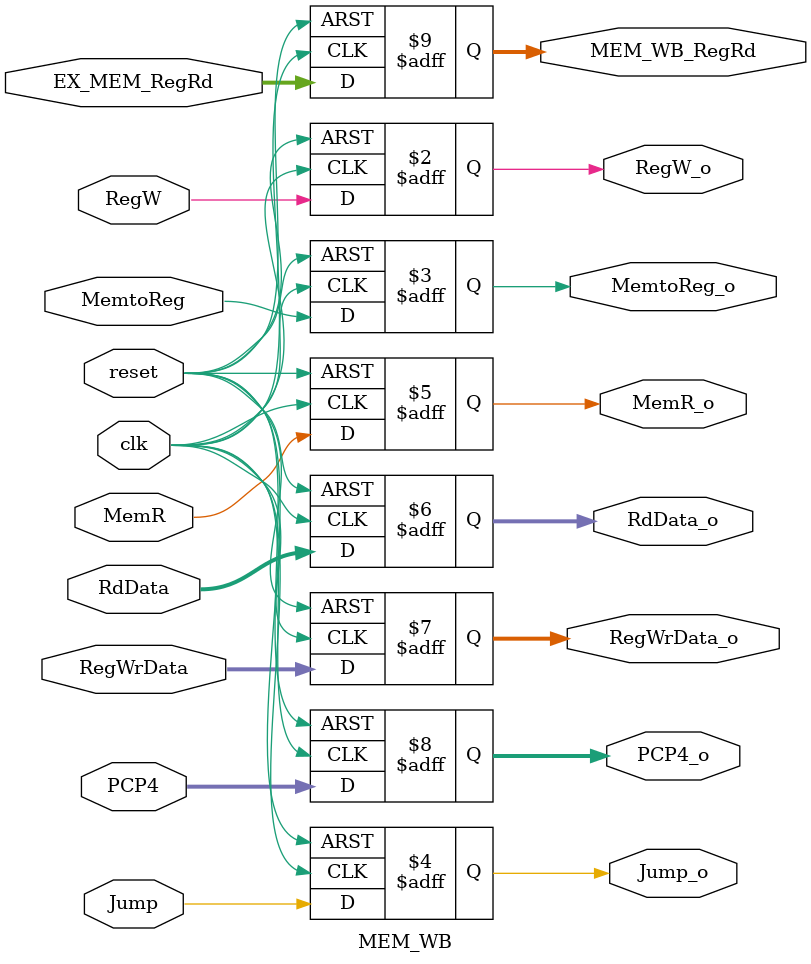
<source format=v>
module IF_ID(clk, reset, flush, PC, PCP4, instr, PC_out, instr_out, PCP4_out, IF_ID_Write);
    input clk, reset, flush, IF_ID_Write;
    input [31:0] PC,PCP4,instr;
    output reg [31:0] PC_out, instr_out, PCP4_out;

    always@(posedge clk or posedge reset) begin
        if (IF_ID_Write) begin
            if(reset || flush) begin
                PC_out <= 32'd0;
                instr_out <= 32'd0;
                PCP4_out <= 32'd0;
            end
            else begin
                PC_out <= PC;
                instr_out <= instr;
                PCP4_out <= PCP4;
            end
        end
    end
endmodule


module ID_EX(clk, reset, flush, PC, PCP4, fun7, fun3, RegW, MemtoReg, MemW, MemR, Branch, Jump, Opcode, ALUOp, ALUSrc, A, B, IF_ID_Imm, IF_ID_RegRs1, IF_ID_RegRs2, IF_ID_RegRd, 
    PC_out, PCP4_out, fun7_o, fun3_o, RegW_o, MemtoReg_o, MemW_o, MemR_o, Branch_o, Jump_o, Opcode_o, ALUOp_o, ALUSrc_o, A_o, B_o, ID_EX_Imm, ID_EX_RegRs1, ID_EX_RegRs2, ID_EX_RegRd, ID_EX_Write);
    
    input clk, reset, flush, fun7, RegW, MemtoReg, MemW, MemR, Branch, Jump, ALUSrc, ID_EX_Write;
    input [2:0] fun3;
    input [1:0] ALUOp;
    input [6:0] Opcode;
    input [31:0] A,B, IF_ID_Imm, PC, PCP4;
    input [4:0] IF_ID_RegRs1, IF_ID_RegRs2, IF_ID_RegRd;
    output reg RegW_o, MemtoReg_o, MemW_o, MemR_o, Branch_o, Jump_o, ALUSrc_o, fun7_o;
    output reg [2:0] fun3_o;
    output reg [1:0] ALUOp_o;
    output reg [6:0] Opcode_o;
    output reg [31:0] A_o,B_o, ID_EX_Imm, PC_out, PCP4_out;
    output reg [4:0] ID_EX_RegRs1, ID_EX_RegRs2, ID_EX_RegRd;

    always@(posedge clk or posedge reset) begin
        if (ID_EX_Write) begin
            if(reset || flush) begin
                {RegW_o, MemtoReg_o, MemW_o, MemR_o, Branch_o, Jump_o, ALUSrc_o, ALUOp_o, Opcode_o, fun7_o, fun3_o, A_o, B_o, ID_EX_Imm, PC_out, PCP4_out, ID_EX_RegRs1, ID_EX_RegRs2, ID_EX_RegRd} 
                    <= {1'b0, 1'b0, 1'b0, 1'b0, 1'b0, 1'b0, 1'b0, 2'd0, 7'd0, 1'b0, 3'd0, 32'd0, 32'd0, 32'd0, 32'd0, 32'd0, 5'd0, 5'd0, 5'd0};
            end
            else begin
                {RegW_o, MemtoReg_o, MemW_o, MemR_o, Branch_o, Jump_o, ALUSrc_o, ALUOp_o, Opcode_o, fun7_o, fun3_o, A_o, B_o, ID_EX_Imm, PC_out, PCP4_out, ID_EX_RegRs1, ID_EX_RegRs2, ID_EX_RegRd} 
                    <= {RegW, MemtoReg, MemW, MemR, Branch, Jump, ALUSrc, ALUOp, Opcode, fun7, fun3, A, B, IF_ID_Imm, PC, PCP4, IF_ID_RegRs1, IF_ID_RegRs2, IF_ID_RegRd};
            end
        end
    end

endmodule


module EX_MEM(clk, reset, PCP4, RegW, MemtoReg, MemW, MemR, Branch, Jump, ALUResult, MemWrData, ID_EX_RegRd, PCP4_o, RegW_o, MemtoReg_o, MemW_o, MemR_o, Branch_o, Jump_o, ALUResult_o, MemWrData_o, EX_MEM_RegRd);
    input clk, reset, RegW, MemtoReg, MemW, MemR, Branch, Jump;
    input [31:0] ALUResult, MemWrData, PCP4;
    input [4:0] ID_EX_RegRd;
    output reg RegW_o, MemtoReg_o, MemW_o, MemR_o, Branch_o, Jump_o;
    output reg [31:0] ALUResult_o, MemWrData_o, PCP4_o;
    output reg [4:0] EX_MEM_RegRd;

    always@(posedge clk or posedge reset) begin
        if(reset) begin
            {PCP4_o, RegW_o, MemtoReg_o, MemW_o, MemR_o, Branch_o, Jump_o, ALUResult_o, MemWrData_o, EX_MEM_RegRd} 
                <= {32'd0, 1'b0, 1'b0, 1'b0, 1'b0, 1'b0, 1'b0, 32'd0, 32'd0, 5'd0};
        end
        else begin
            {PCP4_o, RegW_o, MemtoReg_o, MemW_o, MemR_o, Branch_o, Jump_o, ALUResult_o, MemWrData_o, EX_MEM_RegRd} 
                <= {PCP4, RegW, MemtoReg, MemW, MemR, Branch, Jump, ALUResult, MemWrData, ID_EX_RegRd};            
        end
    end

endmodule


module MEM_WB(clk, reset, PCP4, RegW, MemtoReg, MemR, Jump, RdData, RegWrData, EX_MEM_RegRd, PCP4_o, RegW_o, MemtoReg_o, MemR_o, Jump_o, RdData_o, RegWrData_o, MEM_WB_RegRd);
    input clk, reset, RegW, MemtoReg, Jump, MemR;
    input [31:0] RdData, RegWrData, PCP4;
    input [4:0] EX_MEM_RegRd;
    output reg RegW_o, MemtoReg_o, Jump_o, MemR_o;
    output reg [31:0] RdData_o, RegWrData_o, PCP4_o;
    output reg [4:0] MEM_WB_RegRd;

    always@(posedge clk or posedge reset) begin
        if(reset) begin
            {PCP4_o, RegW_o, MemtoReg_o, Jump_o, MemR_o, RdData_o, RegWrData_o, MEM_WB_RegRd} <= {32'd0, 1'b0, 1'b0, 1'b0, 1'b0, 32'd0, 32'd0, 5'd0};
        end
        else begin
            {PCP4_o, RegW_o, MemtoReg_o, Jump_o, MemR_o, RdData_o, RegWrData_o, MEM_WB_RegRd} <= {PCP4, RegW, MemtoReg, Jump, MemR, RdData, RegWrData, EX_MEM_RegRd};
        end
    end 
endmodule
</source>
